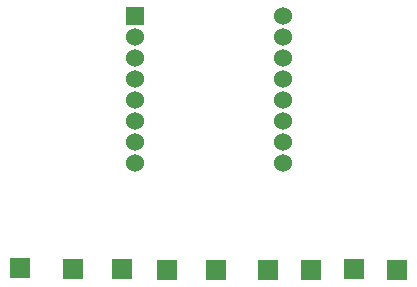
<source format=gbr>
%TF.GenerationSoftware,KiCad,Pcbnew,8.0.2-8.0.2-0~ubuntu20.04.1*%
%TF.CreationDate,2024-06-25T13:19:00+03:00*%
%TF.ProjectId,PCB_ADNS9800-Board_2024-06-24,5043425f-4144-44e5-9339-3830302d426f,rev?*%
%TF.SameCoordinates,Original*%
%TF.FileFunction,Soldermask,Bot*%
%TF.FilePolarity,Negative*%
%FSLAX46Y46*%
G04 Gerber Fmt 4.6, Leading zero omitted, Abs format (unit mm)*
G04 Created by KiCad (PCBNEW 8.0.2-8.0.2-0~ubuntu20.04.1) date 2024-06-25 13:19:00*
%MOMM*%
%LPD*%
G01*
G04 APERTURE LIST*
%ADD10R,1.700000X1.700000*%
%ADD11R,1.524000X1.524000*%
%ADD12C,1.524000*%
G04 APERTURE END LIST*
D10*
%TO.C,REF\u002A\u002A*%
X132080000Y-72237600D03*
%TD*%
%TO.C,REF\u002A\u002A*%
X139344400Y-72237600D03*
%TD*%
%TO.C,REF\u002A\u002A*%
X124002800Y-72288400D03*
%TD*%
%TO.C,REF\u002A\u002A*%
X135737600Y-72186800D03*
%TD*%
%TO.C,REF\u002A\u002A*%
X128473200Y-72288400D03*
%TD*%
%TO.C,REF\u002A\u002A*%
X107442000Y-72136000D03*
%TD*%
%TO.C,REF\u002A\u002A*%
X119888000Y-72288400D03*
%TD*%
%TO.C,REF\u002A\u002A*%
X111912400Y-72186800D03*
%TD*%
%TO.C,REF\u002A\u002A*%
X116078000Y-72186800D03*
%TD*%
D11*
%TO.C,U1*%
X117144800Y-50736600D03*
D12*
X117144800Y-52516600D03*
X117144800Y-54296600D03*
X117144800Y-56076600D03*
X117144800Y-57856600D03*
X117144800Y-59636600D03*
X117144800Y-61416600D03*
X117144800Y-63196600D03*
X129744800Y-63196600D03*
X129744800Y-61416600D03*
X129744800Y-59636600D03*
X129744800Y-57856600D03*
X129744800Y-56076600D03*
X129744800Y-54296600D03*
X129744800Y-52516600D03*
X129744800Y-50736600D03*
%TD*%
M02*

</source>
